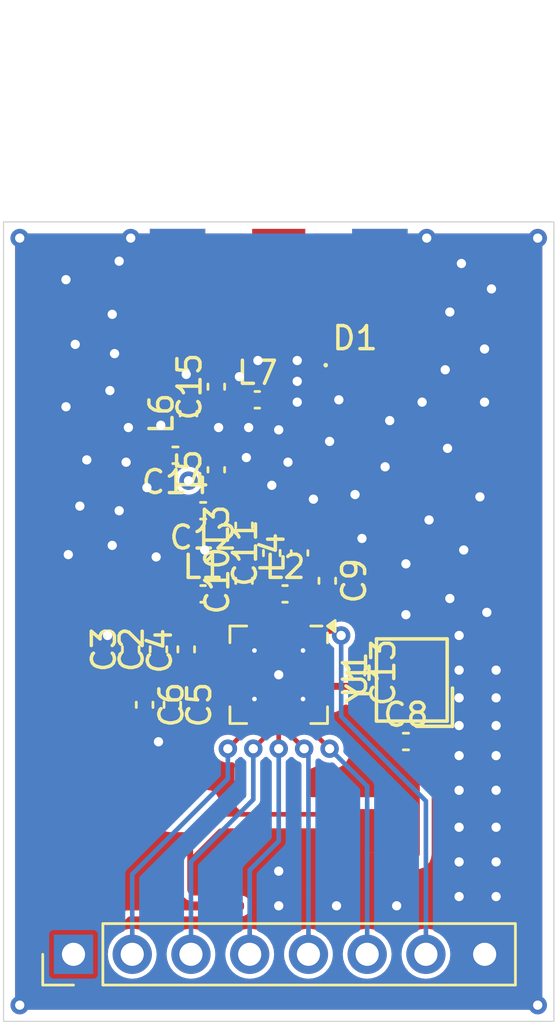
<source format=kicad_pcb>
(kicad_pcb (version 20240108) (generator "pcbnew") (generator_version "8.0")
  (layers (0 "F.Cu" signal) (31 "B.Cu" signal) (34 "B.Paste" user) (35 "F.Paste" user) (36 "B.SilkS" user "B.Silkscreen") (37 "F.SilkS" user "F.Silkscreen") (38 "B.Mask" user) (39 "F.Mask" user) (44 "Edge.Cuts" user))
  (net 0 "")
  (net 1 "GND")
  (net 2 "+3V3")
  (net 3 "RX+")
  (net 4 "TX")
  (net 5 "Net-(C10-Pad2)")
  (net 6 "Net-(C11-Pad2)")
  (net 7 "RX-")
  (net 8 "XIN")
  (net 9 "Net-(Y1-Output)")
  (net 10 "Net-(C14-Pad1)")
  (net 11 "Net-(C15-Pad1)")
  (net 12 "Net-(J2-RF)")
  (net 13 "SCLK")
  (net 16 "MISO")
  (net 18 "nCS")
  (net 20 "nINT")
  (net 22 "SDN")
  (net 24 "MOSI")
  (footprint "Capacitor_SMD:C_0402_1005Metric_Pad0.74x0.62mm_HandSolder" (layer "F.Cu") (at 197.82 61.1625 90)
    (property "Reference" "C15" (at 0 -1.16 90) (layer "F.SilkS"))
    (property "Value" "3p3")
    (fp_line (start -0.115835 -0.36) (end 0.115835 -0.36) (stroke (width 0.12)) (layer "F.SilkS"))
    (fp_line (start -0.115835 0.36) (end 0.115835 0.36) (stroke (width 0.12)) (layer "F.SilkS"))
    (pad "1" smd roundrect (at -0.5675 0 90) (size 0.735 0.62) (layers "F.Cu" "F.Paste" "F.Mask") (net 11 "Net-(C15-Pad1)"))
    (pad "2" smd roundrect (at 0.5675 0 90) (size 0.735 0.62) (layers "F.Cu" "F.Paste" "F.Mask") (net 1 "GND"))
  )
  (footprint "Capacitor_SMD:C_0402_1005Metric_Pad0.74x0.62mm_HandSolder" (layer "F.Cu") (at 206.02 76.52)
    (property "Reference" "C8" (at 0 -1.16 0) (layer "F.SilkS"))
    (property "Value" "10n")
    (fp_line (start -0.115835 -0.36) (end 0.115835 -0.36) (stroke (width 0.12)) (layer "F.SilkS"))
    (fp_line (start -0.115835 0.36) (end 0.115835 0.36) (stroke (width 0.12)) (layer "F.SilkS"))
    (pad "1" smd roundrect (at -0.5675 0) (size 0.735 0.62) (layers "F.Cu" "F.Paste" "F.Mask") (net 2 "+3V3"))
    (pad "2" smd roundrect (at 0.5675 0) (size 0.735 0.62) (layers "F.Cu" "F.Paste" "F.Mask") (net 1 "GND"))
  )
  (footprint "Capacitor_SMD:C_0402_1005Metric_Pad0.74x0.62mm_HandSolder" (layer "F.Cu") (at 200.22 68.3625 90)
    (property "Reference" "C11" (at 0 -1.16 90) (layer "F.SilkS"))
    (property "Value" "1p2")
    (fp_line (start -0.115835 -0.36) (end 0.115835 -0.36) (stroke (width 0.12)) (layer "F.SilkS"))
    (fp_line (start -0.115835 0.36) (end 0.115835 0.36) (stroke (width 0.12)) (layer "F.SilkS"))
    (pad "1" smd roundrect (at -0.5675 0 90) (size 0.735 0.62) (layers "F.Cu" "F.Paste" "F.Mask") (net 7 "RX-"))
    (pad "2" smd roundrect (at 0.5675 0 90) (size 0.735 0.62) (layers "F.Cu" "F.Paste" "F.Mask") (net 6 "Net-(C11-Pad2)"))
  )
  (footprint "Capacitor_SMD:C_0402_1005Metric_Pad0.74x0.62mm_HandSolder" (layer "F.Cu") (at 195.92 74.93 -90)
    (property "Reference" "C5" (at 0 -1.16 90) (layer "F.SilkS"))
    (property "Value" "220p")
    (fp_line (start -0.115835 0.36) (end 0.115835 0.36) (stroke (width 0.12)) (layer "F.SilkS"))
    (fp_line (start -0.115835 -0.36) (end 0.115835 -0.36) (stroke (width 0.12)) (layer "F.SilkS"))
    (pad "1" smd roundrect (at -0.5675 0 270) (size 0.735 0.62) (layers "F.Cu" "F.Paste" "F.Mask") (net 2 "+3V3"))
    (pad "2" smd roundrect (at 0.5675 0 270) (size 0.735 0.62) (layers "F.Cu" "F.Paste" "F.Mask") (net 1 "GND"))
  )
  (footprint "Capacitor_SMD:C_0402_1005Metric_Pad0.74x0.62mm_HandSolder" (layer "F.Cu") (at 197.2525 66.53 180)
    (property "Reference" "C12" (at 0 -1.16 360) (layer "F.SilkS"))
    (property "Value" "6n8")
    (fp_line (start -0.115835 0.36) (end 0.115835 0.36) (stroke (width 0.12)) (layer "F.SilkS"))
    (fp_line (start -0.115835 -0.36) (end 0.115835 -0.36) (stroke (width 0.12)) (layer "F.SilkS"))
    (pad "1" smd roundrect (at -0.5675 0 180) (size 0.735 0.62) (layers "F.Cu" "F.Paste" "F.Mask") (net 6 "Net-(C11-Pad2)"))
    (pad "2" smd roundrect (at 0.5675 0 180) (size 0.735 0.62) (layers "F.Cu" "F.Paste" "F.Mask") (net 1 "GND"))
  )
  (footprint "Inductor_SMD:L_0402_1005Metric_Pad0.77x0.64mm_HandSolder" (layer "F.Cu") (at 197.2475 70.13)
    (property "Reference" "L1" (at 0 -1.17 0) (layer "F.SilkS"))
    (property "Value" "120n")
    (fp_line (start -0.1002 -0.36) (end 0.1002 -0.36) (stroke (width 0.12)) (layer "F.SilkS"))
    (fp_line (start -0.1002 0.36) (end 0.1002 0.36) (stroke (width 0.12)) (layer "F.SilkS"))
    (pad "1" smd roundrect (at -0.5725 0) (size 0.765 0.64) (layers "F.Cu" "F.Paste" "F.Mask") (net 2 "+3V3"))
    (pad "2" smd roundrect (at 0.5725 0) (size 0.765 0.64) (layers "F.Cu" "F.Paste" "F.Mask") (net 4 "TX"))
  )
  (footprint "Capacitor_SMD:C_0402_1005Metric_Pad0.74x0.62mm_HandSolder" (layer "F.Cu") (at 196.52 72.53 90)
    (property "Reference" "C4" (at -0.07 -1.14 90) (layer "F.SilkS"))
    (property "Value" "100n")
    (fp_line (start -0.115835 -0.36) (end 0.115835 -0.36) (stroke (width 0.12)) (layer "F.SilkS"))
    (fp_line (start -0.115835 0.36) (end 0.115835 0.36) (stroke (width 0.12)) (layer "F.SilkS"))
    (pad "1" smd roundrect (at -0.5675 0 90) (size 0.735 0.62) (layers "F.Cu" "F.Paste" "F.Mask") (net 2 "+3V3"))
    (pad "2" smd roundrect (at 0.5675 0 90) (size 0.735 0.62) (layers "F.Cu" "F.Paste" "F.Mask") (net 1 "GND"))
  )
  (footprint "Diode_SMD:D_0402_1005Metric_Pad0.77x0.64mm_HandSolder" (layer "F.Cu") (at 203.8175 60.23)
    (property "Reference" "D1" (at 0 -1.17 0) (layer "F.SilkS"))
    (property "Value" "D_ESD")
    (fp_circle (center -1.265 0) (end -1.215 0) (stroke (width 0.1)) (fill none) (layer "F.SilkS"))
    (pad "1" smd roundrect (at -0.5725 0) (size 0.765 0.64) (layers "F.Cu" "F.Paste" "F.Mask") (net 12 "Net-(J2-RF)"))
    (pad "2" smd roundrect (at 0.5725 0) (size 0.765 0.64) (layers "F.Cu" "F.Paste" "F.Mask") (net 1 "GND"))
  )
  (footprint "Strix:SMA-Edge" (layer "F.Cu") (at 200.52 56.83)
    (property "Reference" "J2")
    (property "Value" "Coax")
    (pad "1" smd rect (at 0 0) (size 2.3 5) (layers "F.Cu" "F.Paste" "F.Mask") (net 12 "Net-(J2-RF)"))
    (pad "2" smd rect (at -4.375 0) (size 2.4 5) (layers "F.Cu" "F.Paste" "F.Mask") (net 1 "GND"))
    (pad "2" smd rect (at -4.375 0) (size 2.4 5) (layers "B.Cu" "B.Paste" "B.Mask") (net 1 "GND"))
    (pad "2" smd rect (at 4.375 0) (size 2.4 5) (layers "F.Cu" "F.Paste" "F.Mask") (net 1 "GND"))
    (pad "2" smd rect (at 4.375 0) (size 2.4 5) (layers "B.Cu" "B.Paste" "B.Mask") (net 1 "GND"))
  )
  (footprint "Inductor_SMD:L_0402_1005Metric_Pad0.77x0.64mm_HandSolder" (layer "F.Cu") (at 197.82 64.7575 90)
    (property "Reference" "L5" (at 0 -1.17 90) (layer "F.SilkS"))
    (property "Value" "12n")
    (fp_line (start -0.1002 -0.36) (end 0.1002 -0.36) (stroke (width 0.12)) (layer "F.SilkS"))
    (fp_line (start -0.1002 0.36) (end 0.1002 0.36) (stroke (width 0.12)) (layer "F.SilkS"))
    (pad "1" smd roundrect (at -0.5725 0 90) (size 0.765 0.64) (layers "F.Cu" "F.Paste" "F.Mask") (net 6 "Net-(C11-Pad2)"))
    (pad "2" smd roundrect (at 0.5725 0 90) (size 0.765 0.64) (layers "F.Cu" "F.Paste" "F.Mask") (net 10 "Net-(C14-Pad1)"))
  )
  (footprint "Capacitor_SMD:C_0402_1005Metric_Pad0.74x0.62mm_HandSolder" (layer "F.Cu") (at 195.32 72.53 90)
    (property "Reference" "C2" (at 0 -1.16 90) (layer "F.SilkS"))
    (property "Value" "1u")
    (fp_line (start -0.115835 -0.36) (end 0.115835 -0.36) (stroke (width 0.12)) (layer "F.SilkS"))
    (fp_line (start -0.115835 0.36) (end 0.115835 0.36) (stroke (width 0.12)) (layer "F.SilkS"))
    (pad "1" smd roundrect (at -0.5675 0 90) (size 0.735 0.62) (layers "F.Cu" "F.Paste" "F.Mask") (net 2 "+3V3"))
    (pad "2" smd roundrect (at 0.5675 0 90) (size 0.735 0.62) (layers "F.Cu" "F.Paste" "F.Mask") (net 1 "GND"))
  )
  (footprint "Capacitor_SMD:C_0402_1005Metric_Pad0.74x0.62mm_HandSolder" (layer "F.Cu") (at 203.88 73.53 -90)
    (property "Reference" "C13" (at 0 -1.16 90) (layer "F.SilkS"))
    (property "Value" "1n")
    (fp_line (start -0.115835 0.36) (end 0.115835 0.36) (stroke (width 0.12)) (layer "F.SilkS"))
    (fp_line (start -0.115835 -0.36) (end 0.115835 -0.36) (stroke (width 0.12)) (layer "F.SilkS"))
    (pad "1" smd roundrect (at -0.5675 0 270) (size 0.735 0.62) (layers "F.Cu" "F.Paste" "F.Mask") (net 9 "Net-(Y1-Output)"))
    (pad "2" smd roundrect (at 0.5675 0 270) (size 0.735 0.62) (layers "F.Cu" "F.Paste" "F.Mask") (net 8 "XIN"))
  )
  (footprint "Inductor_SMD:L_0402_1005Metric_Pad0.77x0.64mm_HandSolder" (layer "F.Cu") (at 199.5925 61.73)
    (property "Reference" "L7" (at 0 -1.17 0) (layer "F.SilkS"))
    (property "Value" "12n")
    (fp_line (start -0.1002 -0.36) (end 0.1002 -0.36) (stroke (width 0.12)) (layer "F.SilkS"))
    (fp_line (start -0.1002 0.36) (end 0.1002 0.36) (stroke (width 0.12)) (layer "F.SilkS"))
    (pad "1" smd roundrect (at -0.5725 0) (size 0.765 0.64) (layers "F.Cu" "F.Paste" "F.Mask") (net 11 "Net-(C15-Pad1)"))
    (pad "2" smd roundrect (at 0.5725 0) (size 0.765 0.64) (layers "F.Cu" "F.Paste" "F.Mask") (net 12 "Net-(J2-RF)"))
  )
  (footprint "2T026000VY:CRYSTAL-SMD_4P-L2.5-W2.0-BL-1" (layer "F.Cu") (at 206.2755 73.856 90)
    (property "Reference" "Y1" (at -0.114 -2.30475 90) (layer "F.SilkS"))
    (property "Value" "26MHz")
    (fp_line (start 1.7785 -1.5285) (end 1.7785 1.5285) (stroke (width 0.1525)) (layer "F.SilkS"))
    (fp_line (start -1.7785 -1.5285) (end 1.7785 -1.5285) (stroke (width 0.1525)) (layer "F.SilkS"))
    (fp_line (start -2.0065 0.2005) (end -2.0065 1.7575) (stroke (width 0.1525)) (layer "F.SilkS"))
    (fp_line (start 1.7785 1.5285) (end -1.7785 1.5285) (stroke (width 0.1525)) (layer "F.SilkS"))
    (fp_line (start -1.7785 1.5285) (end -1.7785 -1.5285) (stroke (width 0.1525)) (layer "F.SilkS"))
    (fp_line (start -2.0065 1.7575) (end -0.3505 1.7575) (stroke (width 0.1525)) (layer "F.SilkS"))
    (pad "1" smd rect (at -0.95 0.75 90) (size 1.2 1.1) (layers "F.Cu" "F.Paste" "F.Mask") (net 1 "GND"))
    (pad "2" smd rect (at 0.95 0.75 90) (size 1.2 1.1) (layers "F.Cu" "F.Paste" "F.Mask") (net 1 "GND"))
    (pad "3" smd rect (at 0.95 -0.75 90) (size 1.2 1.1) (layers "F.Cu" "F.Paste" "F.Mask") (net 9 "Net-(Y1-Output)"))
    (pad "4" smd rect (at -0.95 -0.75 90) (size 1.2 1.1) (layers "F.Cu" "F.Paste" "F.Mask") (net 2 "+3V3"))
  )
  (footprint "Inductor_SMD:L_0402_1005Metric_Pad0.77x0.64mm_HandSolder" (layer "F.Cu") (at 200.7925 70.13)
    (property "Reference" "L2" (at 0 -1.17 0) (layer "F.SilkS"))
    (property "Value" "18n")
    (fp_line (start -0.1002 -0.36) (end 0.1002 -0.36) (stroke (width 0.12)) (layer "F.SilkS"))
    (fp_line (start -0.1002 0.36) (end 0.1002 0.36) (stroke (width 0.12)) (layer "F.SilkS"))
    (pad "1" smd roundrect (at -0.5725 0) (size 0.765 0.64) (layers "F.Cu" "F.Paste" "F.Mask") (net 7 "RX-"))
    (pad "2" smd roundrect (at 0.5725 0) (size 0.765 0.64) (layers "F.Cu" "F.Paste" "F.Mask") (net 3 "RX+"))
  )
  (footprint "Capacitor_SMD:C_0402_1005Metric_Pad0.74x0.62mm_HandSolder" (layer "F.Cu") (at 194.12 72.53 90)
    (property "Reference" "C3" (at 0 -1.16 90) (layer "F.SilkS"))
    (property "Value" "2u2")
    (fp_line (start -0.115835 -0.36) (end 0.115835 -0.36) (stroke (width 0.12)) (layer "F.SilkS"))
    (fp_line (start -0.115835 0.36) (end 0.115835 0.36) (stroke (width 0.12)) (layer "F.SilkS"))
    (pad "1" smd roundrect (at -0.5675 0 90) (size 0.735 0.62) (layers "F.Cu" "F.Paste" "F.Mask") (net 2 "+3V3"))
    (pad "2" smd roundrect (at 0.5675 0 90) (size 0.735 0.62) (layers "F.Cu" "F.Paste" "F.Mask") (net 1 "GND"))
  )
  (footprint "Capacitor_SMD:C_0402_1005Metric_Pad0.74x0.62mm_HandSolder" (layer "F.Cu") (at 194.72 74.93 -90)
    (property "Reference" "C6" (at 0 -1.16 90) (layer "F.SilkS"))
    (property "Value" "100p")
    (fp_line (start -0.115835 0.36) (end 0.115835 0.36) (stroke (width 0.12)) (layer "F.SilkS"))
    (fp_line (start -0.115835 -0.36) (end 0.115835 -0.36) (stroke (width 0.12)) (layer "F.SilkS"))
    (pad "1" smd roundrect (at -0.5675 0 270) (size 0.735 0.62) (layers "F.Cu" "F.Paste" "F.Mask") (net 2 "+3V3"))
    (pad "2" smd roundrect (at 0.5675 0 270) (size 0.735 0.62) (layers "F.Cu" "F.Paste" "F.Mask") (net 1 "GND"))
  )
  (footprint "Capacitor_SMD:C_0402_1005Metric_Pad0.74x0.62mm_HandSolder" (layer "F.Cu") (at 199.02 69.5625 90)
    (property "Reference" "C10" (at 0 -1.16 90) (layer "F.SilkS"))
    (property "Value" "5p1")
    (fp_line (start -0.115835 -0.36) (end 0.115835 -0.36) (stroke (width 0.12)) (layer "F.SilkS"))
    (fp_line (start -0.115835 0.36) (end 0.115835 0.36) (stroke (width 0.12)) (layer "F.SilkS"))
    (pad "1" smd roundrect (at -0.5675 0 90) (size 0.735 0.62) (layers "F.Cu" "F.Paste" "F.Mask") (net 4 "TX"))
    (pad "2" smd roundrect (at 0.5675 0 90) (size 0.735 0.62) (layers "F.Cu" "F.Paste" "F.Mask") (net 5 "Net-(C10-Pad2)"))
  )
  (footprint "Capacitor_SMD:C_0402_1005Metric_Pad0.74x0.62mm_HandSolder" (layer "F.Cu") (at 196.0525 64.13 180)
    (property "Reference" "C14" (at 0 -1.16 360) (layer "F.SilkS"))
    (property "Value" "3p3")
    (fp_line (start -0.115835 0.36) (end 0.115835 0.36) (stroke (width 0.12)) (layer "F.SilkS"))
    (fp_line (start -0.115835 -0.36) (end 0.115835 -0.36) (stroke (width 0.12)) (layer "F.SilkS"))
    (pad "1" smd roundrect (at -0.5675 0 180) (size 0.735 0.62) (layers "F.Cu" "F.Paste" "F.Mask") (net 10 "Net-(C14-Pad1)"))
    (pad "2" smd roundrect (at 0.5675 0 180) (size 0.735 0.62) (layers "F.Cu" "F.Paste" "F.Mask") (net 1 "GND"))
  )
  (footprint "Inductor_SMD:L_0402_1005Metric_Pad0.77x0.64mm_HandSolder" (layer "F.Cu") (at 199.02 67.1575 90)
    (property "Reference" "L3" (at 0 -1.17 90) (layer "F.SilkS"))
    (property "Value" "3n3")
    (fp_line (start -0.1002 -0.36) (end 0.1002 -0.36) (stroke (width 0.12)) (layer "F.SilkS"))
    (fp_line (start -0.1002 0.36) (end 0.1002 0.36) (stroke (width 0.12)) (layer "F.SilkS"))
    (pad "1" smd roundrect (at -0.5725 0 90) (size 0.765 0.64) (layers "F.Cu" "F.Paste" "F.Mask") (net 5 "Net-(C10-Pad2)"))
    (pad "2" smd roundrect (at 0.5725 0 90) (size 0.765 0.64) (layers "F.Cu" "F.Paste" "F.Mask") (net 6 "Net-(C11-Pad2)"))
  )
  (footprint "Capacitor_SMD:C_0402_1005Metric_Pad0.74x0.62mm_HandSolder" (layer "F.Cu") (at 202.62 69.5625 -90)
    (property "Reference" "C9" (at 0 -1.16 90) (layer "F.SilkS"))
    (property "Value" "3p")
    (fp_line (start -0.115835 0.36) (end 0.115835 0.36) (stroke (width 0.12)) (layer "F.SilkS"))
    (fp_line (start -0.115835 -0.36) (end 0.115835 -0.36) (stroke (width 0.12)) (layer "F.SilkS"))
    (pad "1" smd roundrect (at -0.5675 0 270) (size 0.735 0.62) (layers "F.Cu" "F.Paste" "F.Mask") (net 3 "RX+"))
    (pad "2" smd roundrect (at 0.5675 0 270) (size 0.735 0.62) (layers "F.Cu" "F.Paste" "F.Mask") (net 1 "GND"))
  )
  (footprint "Inductor_SMD:L_0402_1005Metric_Pad0.77x0.64mm_HandSolder" (layer "F.Cu") (at 201.42 68.3575 90)
    (property "Reference" "L4" (at 0 -1.17 90) (layer "F.SilkS"))
    (property "Value" "24n")
    (fp_line (start -0.1002 -0.36) (end 0.1002 -0.36) (stroke (width 0.12)) (layer "F.SilkS"))
    (fp_line (start -0.1002 0.36) (end 0.1002 0.36) (stroke (width 0.12)) (layer "F.SilkS"))
    (pad "1" smd roundrect (at -0.5725 0 90) (size 0.765 0.64) (layers "F.Cu" "F.Paste" "F.Mask") (net 3 "RX+"))
    (pad "2" smd roundrect (at 0.5725 0 90) (size 0.765 0.64) (layers "F.Cu" "F.Paste" "F.Mask") (net 6 "Net-(C11-Pad2)"))
  )
  (footprint "Strix:Header_Breadboard_1x08" (layer "F.Cu") (at 191.645 85.73 90)
    (property "Reference" "J1")
    (property "Value" "HEADER")
    (fp_line (start -1.33 -1.33) (end 0 -1.33) (stroke (width 0.12)) (layer "F.SilkS"))
    (fp_line (start -1.33 0) (end -1.33 -1.33) (stroke (width 0.12)) (layer "F.SilkS"))
    (fp_line (start 1.33 1.27) (end 1.33 19.11) (stroke (width 0.12)) (layer "F.SilkS"))
    (fp_line (start -1.33 1.27) (end 1.33 1.27) (stroke (width 0.12)) (layer "F.SilkS"))
    (fp_line (start -1.33 1.27) (end -1.33 19.11) (stroke (width 0.12)) (layer "F.SilkS"))
    (fp_line (start -1.33 19.11) (end 1.33 19.11) (stroke (width 0.12)) (layer "F.SilkS"))
    (pad "1" thru_hole rect (at 0 0 90) (size 1.7 1.7) (drill 1) (layers "*.Cu" "*.Mask") (net 2 "+3V3"))
    (pad "2" thru_hole oval (at 0 2.54 90) (size 1.7 1.7) (drill 1) (layers "*.Cu" "*.Mask") (net 20 "nINT"))
    (pad "3" thru_hole oval (at 0 5.08 90) (size 1.7 1.7) (drill 1) (layers "*.Cu" "*.Mask") (net 13 "SCLK"))
    (pad "4" thru_hole oval (at 0 7.62 90) (size 1.7 1.7) (drill 1) (layers "*.Cu" "*.Mask") (net 16 "MISO"))
    (pad "5" thru_hole oval (at 0 10.16 90) (size 1.7 1.7) (drill 1) (layers "*.Cu" "*.Mask") (net 24 "MOSI"))
    (pad "6" thru_hole oval (at 0 12.7 90) (size 1.7 1.7) (drill 1) (layers "*.Cu" "*.Mask") (net 18 "nCS"))
    (pad "7" thru_hole oval (at 0 15.24 90) (size 1.7 1.7) (drill 1) (layers "*.Cu" "*.Mask") (net 22 "SDN"))
    (pad "8" thru_hole oval (at 0 17.78 90) (size 1.7 1.7) (drill 1) (layers "*.Cu" "*.Mask") (net 1 "GND"))
  )
  (footprint "Package_DFN_QFN:QFN-20-1EP_4x4mm_P0.5mm_EP2.6x2.6mm_ThermalVias" (layer "F.Cu") (at 200.52 73.63 -90)
    (property "Reference" "U1" (at 0 -3.3 -90) (layer "F.SilkS"))
    (property "Value" "Si4463")
    (fp_line (start -2.11 2.11) (end -2.11 1.385) (stroke (width 0.12)) (layer "F.SilkS"))
    (fp_line (start -1.385 2.11) (end -2.11 2.11) (stroke (width 0.12)) (layer "F.SilkS"))
    (fp_line (start 1.385 2.11) (end 2.11 2.11) (stroke (width 0.12)) (layer "F.SilkS"))
    (fp_line (start 2.11 2.11) (end 2.11 1.385) (stroke (width 0.12)) (layer "F.SilkS"))
    (fp_line (start -2.11 -1.385) (end -2.11 -1.87) (stroke (width 0.12)) (layer "F.SilkS"))
    (fp_line (start -1.385 -2.11) (end -1.81 -2.11) (stroke (width 0.12)) (layer "F.SilkS"))
    (fp_line (start 1.385 -2.11) (end 2.11 -2.11) (stroke (width 0.12)) (layer "F.SilkS"))
    (fp_line (start 2.11 -2.11) (end 2.11 -1.385) (stroke (width 0.12)) (layer "F.SilkS"))
    (fp_poly (pts (xy -2.11 -2.11) (xy -2.35 -2.44) (xy -1.87 -2.44) (xy -2.11 -2.11)) (stroke (width 0.12)) (fill solid) (layer "F.SilkS"))
    (pad "1" smd roundrect (at -1.925 -1 270) (size 0.85 0.25) (layers "F.Cu" "F.Paste" "F.Mask") (net 22 "SDN"))
    (pad "2" smd roundrect (at -1.925 -0.5 270) (size 0.85 0.25) (layers "F.Cu" "F.Paste" "F.Mask") (net 3 "RX+"))
    (pad "3" smd roundrect (at -1.925 0 270) (size 0.85 0.25) (layers "F.Cu" "F.Paste" "F.Mask") (net 7 "RX-"))
    (pad "4" smd roundrect (at -1.925 0.5 270) (size 0.85 0.25) (layers "F.Cu" "F.Paste" "F.Mask") (net 4 "TX"))
    (pad "5" smd roundrect (at -1.925 1 270) (size 0.85 0.25) (layers "F.Cu" "F.Paste" "F.Mask"))
    (pad "6" smd roundrect (at -1 1.925 270) (size 0.25 0.85) (layers "F.Cu" "F.Paste" "F.Mask") (net 2 "+3V3"))
    (pad "7" smd roundrect (at -0.5 1.925 270) (size 0.25 0.85) (layers "F.Cu" "F.Paste" "F.Mask"))
    (pad "8" smd roundrect (at 0 1.925 270) (size 0.25 0.85) (layers "F.Cu" "F.Paste" "F.Mask") (net 2 "+3V3"))
    (pad "9" smd roundrect (at 0.5 1.925 270) (size 0.25 0.85) (layers "F.Cu" "F.Paste" "F.Mask"))
    (pad "10" smd roundrect (at 1 1.925 270) (size 0.25 0.85) (layers "F.Cu" "F.Paste" "F.Mask"))
    (pad "11" smd roundrect (at 1.925 1 270) (size 0.85 0.25) (layers "F.Cu" "F.Paste" "F.Mask") (net 20 "nINT"))
    (pad "12" smd roundrect (at 1.925 0.5 270) (size 0.85 0.25) (layers "F.Cu" "F.Paste" "F.Mask") (net 13 "SCLK"))
    (pad "13" smd roundrect (at 1.925 0 270) (size 0.85 0.25) (layers "F.Cu" "F.Paste" "F.Mask") (net 16 "MISO"))
    (pad "14" smd roundrect (at 1.925 -0.5 270) (size 0.85 0.25) (layers "F.Cu" "F.Paste" "F.Mask") (net 24 "MOSI"))
    (pad "15" smd roundrect (at 1.925 -1 270) (size 0.85 0.25) (layers "F.Cu" "F.Paste" "F.Mask") (net 18 "nCS"))
    (pad "16" smd roundrect (at 1 -1.925 270) (size 0.25 0.85) (layers "F.Cu" "F.Paste" "F.Mask"))
    (pad "17" smd roundrect (at 0.5 -1.925 270) (size 0.25 0.85) (layers "F.Cu" "F.Paste" "F.Mask") (net 8 "XIN"))
    (pad "18" smd roundrect (at 0 -1.925 270) (size 0.25 0.85) (layers "F.Cu" "F.Paste" "F.Mask") (net 1 "GND"))
    (pad "19" smd roundrect (at -0.5 -1.925 270) (size 0.25 0.85) (layers "F.Cu" "F.Paste" "F.Mask"))
    (pad "20" smd roundrect (at -1 -1.925 270) (size 0.25 0.85) (layers "F.Cu" "F.Paste" "F.Mask"))
    (pad "21" thru_hole circle (at -1.05 -1.05 270) (size 0.5 0.5) (drill 0.2) (property pad_prop_heatsink) (layers "*.Cu") (net 1 "GND"))
    (pad "21" thru_hole circle (at -1.05 1.05 270) (size 0.5 0.5) (drill 0.2) (property pad_prop_heatsink) (layers "*.Cu") (net 1 "GND"))
    (pad "21" smd rect (at 0 0 270) (size 2.6 2.6) (property pad_prop_heatsink) (layers "F.Cu" "F.Mask") (net 1 "GND"))
    (pad "21" smd rect (at 0 0 270) (size 2.6 2.6) (property pad_prop_heatsink) (layers "B.Cu") (net 1 "GND"))
    (pad "21" thru_hole circle (at 1.05 -1.05 270) (size 0.5 0.5) (drill 0.2) (property pad_prop_heatsink) (layers "*.Cu") (net 1 "GND"))
    (pad "21" thru_hole circle (at 1.05 1.05 270) (size 0.5 0.5) (drill 0.2) (property pad_prop_heatsink) (layers "*.Cu") (net 1 "GND"))
  )
  (footprint "Inductor_SMD:L_0402_1005Metric_Pad0.77x0.64mm_HandSolder" (layer "F.Cu") (at 196.62 62.33 90)
    (property "Reference" "L6" (at 0 -1.17 90) (layer "F.SilkS"))
    (property "Value" "24n")
    (fp_line (start -0.1002 -0.36) (end 0.1002 -0.36) (stroke (width 0.12)) (layer "F.SilkS"))
    (fp_line (start -0.1002 0.36) (end 0.1002 0.36) (stroke (width 0.12)) (layer "F.SilkS"))
    (pad "1" smd roundrect (at -0.5725 0 90) (size 0.765 0.64) (layers "F.Cu" "F.Paste" "F.Mask") (net 10 "Net-(C14-Pad1)"))
    (pad "2" smd roundrect (at 0.5725 0 90) (size 0.765 0.64) (layers "F.Cu" "F.Paste" "F.Mask") (net 11 "Net-(C15-Pad1)"))
  )
  (gr_line (start 188.62 54.03) (end 212.42 54.03) (stroke (width 0.05)) (layer "Edge.Cuts"))
  (gr_line (start 212.42 88.63) (end 188.62 88.63) (stroke (width 0.05)) (layer "Edge.Cuts"))
  (gr_line (start 212.42 54.03) (end 212.42 88.63) (stroke (width 0.05)) (layer "Edge.Cuts"))
  (gr_line (start 188.62 88.63) (end 188.62 54.03) (stroke (width 0.05)) (layer "Edge.Cuts"))
  (via (at 196.62 65.23) (size 0.8) (drill 0.4) (layers "F.Cu" "B.Cu") (net 0))
  (segment (start 202.445 73.63) (end 200.52 73.63) (width 0.2) (layer "F.Cu") (net 1))
  (via (at 211.72 54.73) (size 0.8) (drill 0.4) (layers "F.Cu" "B.Cu") (net 1))
  (via (at 195.42 62.83) (size 0.8) (drill 0.4) (layers "F.Cu" "B.Cu") (net 1))
  (via (at 199.22 62.93) (size 0.8) (drill 0.4) (layers "F.Cu" "B.Cu") (net 1))
  (via (at 208.32 74.63) (size 0.8) (drill 0.4) (layers "F.Cu" "B.Cu") (net 1))
  (via (at 199.62 60.03) (size 0.8) (drill 0.4) (layers "F.Cu" "B.Cu") (net 1))
  (via (at 209.92 75.83) (size 0.8) (drill 0.4) (layers "F.Cu" "B.Cu") (net 1))
  (via (at 201.32 60.93) (size 0.8) (drill 0.4) (layers "F.Cu" "B.Cu") (net 1))
  (via (at 193.32 58.03) (size 0.8) (drill 0.4) (layers "F.Cu" "B.Cu") (net 1))
  (via (at 207.92 57.93) (size 0.8) (drill 0.4) (layers "F.Cu" "B.Cu") (net 1))
  (via (at 198.82 60.73) (size 0.8) (drill 0.4) (layers "F.Cu" "B.Cu") (net 1))
  (via (at 200.52 63.03) (size 0.8) (drill 0.4) (layers "F.Cu" "B.Cu") (net 1))
  (via (at 193.12 71.93) (size 0.8) (drill 0.4) (layers "F.Cu" "B.Cu") (net 1))
  (via (at 209.92 73.43) (size 0.8) (drill 0.4) (layers "F.Cu" "B.Cu") (net 1))
  (via (at 208.32 71.93) (size 0.8) (drill 0.4) (layers "F.Cu" "B.Cu") (net 1))
  (via (at 207.82 63.83) (size 0.8) (drill 0.4) (layers "F.Cu" "B.Cu") (net 1))
  (via (at 195.32 76.53) (size 0.8) (drill 0.4) (layers "F.Cu" "B.Cu") (net 1))
  (via (at 208.32 83.23) (size 0.8) (drill 0.4) (layers "F.Cu" "B.Cu") (net 1))
  (via (at 189.32 54.73) (size 0.8) (drill 0.4) (layers "F.Cu" "B.Cu") (net 1))
  (via (at 209.92 74.63) (size 0.8) (drill 0.4) (layers "F.Cu" "B.Cu") (net 1))
  (via (at 191.42 68.43) (size 0.8) (drill 0.4) (layers "F.Cu" "B.Cu") (net 1))
  (via (at 205.62 83.63) (size 0.8) (drill 0.4) (layers "F.Cu" "B.Cu") (net 1))
  (via (at 193.62 66.53) (size 0.8) (drill 0.4) (layers "F.Cu" "B.Cu") (net 1))
  (via (at 208.52 68.23) (size 0.8) (drill 0.4) (layers "F.Cu" "B.Cu") (net 1))
  (via (at 192.22 64.33) (size 0.8) (drill 0.4) (layers "F.Cu" "B.Cu") (net 1))
  (via (at 209.92 78.63) (size 0.8) (drill 0.4) (layers "F.Cu" "B.Cu") (net 1))
  (via (at 208.32 78.63) (size 0.8) (drill 0.4) (layers "F.Cu" "B.Cu") (net 1))
  (via (at 194.82 65.53) (size 0.8) (drill 0.4) (layers "F.Cu" "B.Cu") (net 1))
  (via (at 209.92 83.23) (size 0.8) (drill 0.4) (layers "F.Cu" "B.Cu") (net 1))
  (via (at 189.32 87.93) (size 0.8) (drill 0.4) (layers "F.Cu" "B.Cu") (net 1))
  (via (at 199.12 64.23) (size 0.8) (drill 0.4) (layers "F.Cu" "B.Cu") (net 1))
  (via (at 206.72 61.83) (size 0.8) (drill 0.4) (layers "F.Cu" "B.Cu") (net 1))
  (via (at 208.42 55.83) (size 0.8) (drill 0.4) (layers "F.Cu" "B.Cu") (net 1))
  (via (at 202.02 66.03) (size 0.8) (drill 0.4) (layers "F.Cu" "B.Cu") (net 1))
  (via (at 207.92 70.33) (size 0.8) (drill 0.4) (layers "F.Cu" "B.Cu") (net 1))
  (via (at 194.02 62.93) (size 0.8) (drill 0.4) (layers "F.Cu" "B.Cu") (net 1))
  (via (at 209.72 56.93) (size 0.8) (drill 0.4) (layers "F.Cu" "B.Cu") (net 1))
  (via (at 201.32 61.83) (size 0.8) (drill 0.4) (layers "F.Cu" "B.Cu") (net 1))
  (via (at 209.22 65.93) (size 0.8) (drill 0.4) (layers "F.Cu" "B.Cu") (net 1))
  (via (at 209.92 81.73) (size 0.8) (drill 0.4) (layers "F.Cu" "B.Cu") (net 1))
  (via (at 191.32 62.03) (size 0.8) (drill 0.4) (layers "F.Cu" "B.Cu") (net 1))
  (via (at 211.72 87.93) (size 0.8) (drill 0.4) (layers "F.Cu" "B.Cu") (net 1))
  (via (at 208.32 80.23) (size 0.8) (drill 0.4) (layers "F.Cu" "B.Cu") (net 1))
  (via (at 200.52 73.63) (size 0.8) (drill 0.4) (layers "F.Cu" "B.Cu") (net 1))
  (via (at 200.52 83.63) (size 0.8) (drill 0.4) (layers "F.Cu" "B.Cu") (net 1))
  (via (at 208.32 75.83) (size 0.8) (drill 0.4) (layers "F.Cu" "B.Cu") (net 1))
  (via (at 193.22 61.33) (size 0.8) (drill 0.4) (layers "F.Cu" "B.Cu") (net 1))
  (via (at 193.32 68.03) (size 0.8) (drill 0.4) (layers "F.Cu" "B.Cu") (net 1))
  (via (at 208.32 81.73) (size 0.8) (drill 0.4) (layers "F.Cu" "B.Cu") (net 1))
  (via (at 209.42 59.53) (size 0.8) (drill 0.4) (layers "F.Cu" "B.Cu") (net 1))
  (via (at 200.92 64.43) (size 0.8) (drill 0.4) (layers "F.Cu" "B.Cu") (net 1))
  (via (at 206.02 71.03) (size 0.8) (drill 0.4) (layers "F.Cu" "B.Cu") (net 1))
  (via (at 195.22 68.53) (size 0.8) (drill 0.4) (layers "F.Cu" "B.Cu") (net 1))
  (via (at 191.32 56.53) (size 0.8) (drill 0.4) (layers "F.Cu" "B.Cu") (net 1))
  (via (at 197.32 68.23) (size 0.8) (drill 0.4) (layers "F.Cu" "B.Cu") (net 1))
  (via (at 205.32 62.63) (size 0.8) (drill 0.4) (layers "F.Cu" "B.Cu") (net 1))
  (via (at 205.12 64.63) (size 0.8) (drill 0.4) (layers "F.Cu" "B.Cu") (net 1))
  (via (at 209.92 80.23) (size 0.8) (drill 0.4) (layers "F.Cu" "B.Cu") (net 1))
  (via (at 193.42 59.73) (size 0.8) (drill 0.4) (layers "F.Cu" "B.Cu") (net 1))
  (via (at 197.92 62.93) (size 0.8) (drill 0.4) (layers "F.Cu" "B.Cu") (net 1))
  (via (at 206.02 68.83) (size 0.8) (drill 0.4) (layers "F.Cu" "B.Cu") (net 1))
  (via (at 194.12 54.73) (size 0.8) (drill 0.4) (layers "F.Cu" "B.Cu") (net 1))
  (via (at 196.52 60.63) (size 0.8) (drill 0.4) (layers "F.Cu" "B.Cu") (net 1))
  (via (at 207.72 60.43) (size 0.8) (drill 0.4) (layers "F.Cu" "B.Cu") (net 1))
  (via (at 209.92 77.13) (size 0.8) (drill 0.4) (layers "F.Cu" "B.Cu") (net 1))
  (via (at 191.72 59.33) (size 0.8) (drill 0.4) (layers "F.Cu" "B.Cu") (net 1))
  (via (at 206.92 54.73) (size 0.8) (drill 0.4) (layers "F.Cu" "B.Cu") (net 1))
  (via (at 209.52 70.93) (size 0.8) (drill 0.4) (layers "F.Cu" "B.Cu") (net 1))
  (via (at 207.02 66.93) (size 0.8) (drill 0.4) (layers "F.Cu" "B.Cu") (net 1))
  (via (at 202.72 63.53) (size 0.8) (drill 0.4) (layers "F.Cu" "B.Cu") (net 1))
  (via (at 201.32 60.03) (size 0.8) (drill 0.4) (layers "F.Cu" "B.Cu") (net 1))
  (via (at 209.42 61.83) (size 0.8) (drill 0.4) (layers "F.Cu" "B.Cu") (net 1))
  (via (at 193.92 64.43) (size 0.8) (drill 0.4) (layers "F.Cu" "B.Cu") (net 1))
  (via (at 200.22 65.43) (size 0.8) (drill 0.4) (layers "F.Cu" "B.Cu") (net 1))
  (via (at 193.62 55.73) (size 0.8) (drill 0.4) (layers "F.Cu" "B.Cu") (net 1))
  (via (at 203.82 65.83) (size 0.8) (drill 0.4) (layers "F.Cu" "B.Cu") (net 1))
  (via (at 203.12 61.73) (size 0.8) (drill 0.4) (layers "F.Cu" "B.Cu") (net 1))
  (via (at 204.12 67.73) (size 0.8) (drill 0.4) (layers "F.Cu" "B.Cu") (net 1))
  (via (at 200.52 82.13) (size 0.8) (drill 0.4) (layers "F.Cu" "B.Cu") (net 1))
  (via (at 208.32 73.43) (size 0.8) (drill 0.4) (layers "F.Cu" "B.Cu") (net 1))
  (via (at 208.32 77.13) (size 0.8) (drill 0.4) (layers "F.Cu" "B.Cu") (net 1))
  (via (at 191.92 66.33) (size 0.8) (drill 0.4) (layers "F.Cu" "B.Cu") (net 1))
  (via (at 203.02 83.63) (size 0.8) (drill 0.4) (layers "F.Cu" "B.Cu") (net 1))
  (segment (start 191.645 85.73) (end 197.705 79.67) (width 0.2) (layer "F.Cu") (net 2))
  (segment (start 197.705 79.67) (end 202.3025 79.67) (width 0.2) (layer "F.Cu") (net 2))
  (segment (start 202.3025 79.67) (end 205.4525 76.52) (width 0.2) (layer "F.Cu") (net 2))
  (segment (start 202.555 68.93) (end 202.62 68.995) (width 0.3) (layer "F.Cu") (net 3))
  (segment (start 201.365 68.985) (end 201.42 68.93) (width 0.3) (layer "F.Cu") (net 3))
  (segment (start 201.02 70.475) (end 201.365 70.13) (width 0.2) (layer "F.Cu") (net 3))
  (segment (start 201.02 71.705) (end 201.02 70.475) (width 0.2) (layer "F.Cu") (net 3))
  (segment (start 201.42 68.93) (end 202.555 68.93) (width 0.3) (layer "F.Cu") (net 3))
  (segment (start 201.365 70.13) (end 201.365 68.985) (width 0.3) (layer "F.Cu") (net 3))
  (segment (start 200.02 71.13) (end 200.02 71.705) (width 0.2) (layer "F.Cu") (net 4))
  (segment (start 197.82 70.13) (end 199.02 70.13) (width 0.3) (layer "F.Cu") (net 4))
  (segment (start 199.02 70.13) (end 200.02 71.13) (width 0.2) (layer "F.Cu") (net 4))
  (segment (start 199.02 67.73) (end 199.02 68.995) (width 0.3) (layer "F.Cu") (net 5))
  (segment (start 197.82 65.33) (end 197.82 66.53) (width 0.3) (layer "F.Cu") (net 6))
  (segment (start 200.22 67.795) (end 200.22 67.785) (width 0.3) (layer "F.Cu") (net 6))
  (segment (start 200.23 67.785) (end 200.22 67.795) (width 0.3) (layer "F.Cu") (net 6))
  (segment (start 199.02 66.585) (end 197.875 66.585) (width 0.3) (layer "F.Cu") (net 6))
  (segment (start 201.42 67.785) (end 200.23 67.785) (width 0.3) (layer "F.Cu") (net 6))
  (segment (start 197.875 66.585) (end 197.82 66.53) (width 0.3) (layer "F.Cu") (net 6))
  (segment (start 200.22 67.785) (end 199.02 66.585) (width 0.3) (layer "F.Cu") (net 6))
  (segment (start 200.52 70.43) (end 200.22 70.13) (width 0.2) (layer "F.Cu") (net 7))
  (segment (start 200.52 71.705) (end 200.52 70.43) (width 0.2) (layer "F.Cu") (net 7))
  (segment (start 200.22 70.13) (end 200.22 68.93) (width 0.3) (layer "F.Cu") (net 7))
  (segment (start 203.88 74.0975) (end 203.6125 74.0975) (width 0.2) (layer "F.Cu") (net 8))
  (segment (start 203.9875 74.13) (end 204.02 74.0975) (width 0.3) (layer "F.Cu") (net 8))
  (segment (start 203.58 74.13) (end 203.9875 74.13) (width 0.3) (layer "F.Cu") (net 8))
  (segment (start 202.445 74.13) (end 203.58 74.13) (width 0.3) (layer "F.Cu") (net 8))
  (segment (start 203.6125 74.0975) (end 203.58 74.13) (width 0.2) (layer "F.Cu") (net 8))
  (segment (start 204.02 72.9625) (end 204.26 72.9625) (width 0.3) (layer "F.Cu") (net 9))
  (segment (start 204.26 72.9625) (end 205.4025 72.9625) (width 0.3) (layer "F.Cu") (net 9))
  (segment (start 205.4025 72.9625) (end 205.42 72.98) (width 0.3) (layer "F.Cu") (net 9))
  (segment (start 203.88 72.9625) (end 204.26 72.9625) (width 0.2) (layer "F.Cu") (net 9))
  (segment (start 196.62 64.13) (end 196.62 62.9025) (width 0.3) (layer "F.Cu") (net 10))
  (segment (start 197.82 64.185) (end 196.675 64.185) (width 0.3) (layer "F.Cu") (net 10))
  (segment (start 196.675 64.185) (end 196.62 64.13) (width 0.3) (layer "F.Cu") (net 10))
  (segment (start 197.7925 61.7575) (end 197.82 61.73) (width 0.3) (layer "F.Cu") (net 11))
  (segment (start 196.62 61.7575) (end 197.7925 61.7575) (width 0.3) (layer "F.Cu") (net 11))
  (segment (start 197.82 61.73) (end 199.02 61.73) (width 0.3) (layer "F.Cu") (net 11))
  (segment (start 200.165 61.73) (end 200.227107 61.667893) (width 0.3) (layer "F.Cu") (net 12))
  (segment (start 200.52 56.83) (end 203.2475 59.5575) (width 0.2) (layer "F.Cu") (net 12))
  (segment (start 200.52 60.960786) (end 200.52 56.83) (width 0.3) (layer "F.Cu") (net 12))
  (segment (start 203.2475 59.5575) (end 203.2475 60.23) (width 0.2) (layer "F.Cu") (net 12))
  (arc (start 200.52 60.960786) (mid 200.44388 61.343469) (end 200.227107 61.667893) (width 0.3) (layer "F.Cu") (net 12))
  (segment (start 200.02 75.555) (end 200.02 76.23) (width 0.2) (layer "F.Cu") (net 13))
  (segment (start 200.02 76.23) (end 199.42 76.83) (width 0.2) (layer "F.Cu") (net 13))
  (via (at 199.42 76.83) (size 0.8) (drill 0.4) (layers "F.Cu" "B.Cu") (net 13))
  (segment (start 196.725 85.73) (end 196.725 81.725) (width 0.2) (layer "B.Cu") (net 13))
  (segment (start 196.725 81.725) (end 199.42 79.03) (width 0.2) (layer "B.Cu") (net 13))
  (segment (start 199.42 79.03) (end 199.42 76.83) (width 0.2) (layer "B.Cu") (net 13))
  (segment (start 200.52 75.555) (end 200.52 76.83) (width 0.2) (layer "F.Cu") (net 16))
  (via (at 200.52 76.83) (size 0.8) (drill 0.4) (layers "F.Cu" "B.Cu") (net 16))
  (segment (start 200.52 80.83) (end 199.265 82.085) (width 0.2) (layer "B.Cu") (net 16))
  (segment (start 199.265 82.085) (end 199.265 85.73) (width 0.2) (layer "B.Cu") (net 16))
  (segment (start 200.52 76.83) (end 200.52 80.83) (width 0.2) (layer "B.Cu") (net 16))
  (segment (start 201.52 75.555) (end 201.52 75.63) (width 0.2) (layer "F.Cu") (net 18))
  (segment (start 201.52 75.63) (end 202.72 76.83) (width 0.2) (layer "F.Cu") (net 18))
  (via (at 202.72 76.83) (size 0.8) (drill 0.4) (layers "F.Cu" "B.Cu") (net 18))
  (segment (start 202.72 76.83) (end 204.345 78.455) (width 0.2) (layer "B.Cu") (net 18))
  (segment (start 204.345 78.455) (end 204.345 85.73) (width 0.2) (layer "B.Cu") (net 18))
  (segment (start 199.52 75.555) (end 199.52 75.63) (width 0.2) (layer "F.Cu") (net 20))
  (segment (start 199.52 75.63) (end 198.32 76.83) (width 0.2) (layer "F.Cu") (net 20))
  (via (at 198.32 76.83) (size 0.8) (drill 0.4) (layers "F.Cu" "B.Cu") (net 20))
  (segment (start 194.185 82.265) (end 194.185 85.73) (width 0.2) (layer "B.Cu") (net 20))
  (segment (start 198.32 78.13) (end 194.185 82.265) (width 0.2) (layer "B.Cu") (net 20))
  (segment (start 198.32 76.83) (end 198.32 78.13) (width 0.2) (layer "B.Cu") (net 20))
  (segment (start 203.22 71.93) (end 202.995 71.705) (width 0.3) (layer "F.Cu") (net 22))
  (segment (start 202.995 71.705) (end 201.52 71.705) (width 0.3) (layer "F.Cu") (net 22))
  (via (at 203.22 71.93) (size 0.8) (drill 0.4) (layers "F.Cu" "B.Cu") (net 22))
  (segment (start 206.885 85.73) (end 206.885 79.095) (width 0.2) (layer "B.Cu") (net 22))
  (segment (start 206.885 79.095) (end 203.22 75.43) (width 0.2) (layer "B.Cu") (net 22))
  (segment (start 203.22 75.43) (end 203.22 71.93) (width 0.2) (layer "B.Cu") (net 22))
  (segment (start 201.02 76.23) (end 201.62 76.83) (width 0.2) (layer "F.Cu") (net 24))
  (segment (start 201.02 75.555) (end 201.02 76.23) (width 0.2) (layer "F.Cu") (net 24))
  (via (at 201.62 76.83) (size 0.8) (drill 0.4) (layers "F.Cu" "B.Cu") (net 24))
  (segment (start 201.805 77.015) (end 201.805 85.73) (width 0.2) (layer "B.Cu") (net 24))
  (segment (start 201.62 76.83) (end 201.805 77.015) (width 0.2) (layer "B.Cu") (net 24))
  (zone (net 1) (net_name "GND") (layer "F.Cu") (priority 2) (connect_pads yes (clearance 0.508)) (min_thickness 0.254) (fill yes (thermal_gap 0.508) (thermal_bridge_width 0.508))
    (polygon (pts (xy 201.92 79.13) (xy 205.22 79.13) (xy 205.22 81.33) (xy 204.22 81.33) (xy 204.22 82.93) (xy 196.82 82.93) (xy 196.82 79.93) (xy 195.82 79.93) (xy 195.82 79.13) (xy 199.12 79.13) (xy 199.12 77.53) (xy 201.92 77.53)))
  )
  (zone (net 1) (net_name "GND") (layer "F.Cu") (priority 2) (connect_pads yes (clearance 0)) (min_thickness 0.254) (fill yes (thermal_gap 0.508) (thermal_bridge_width 0.508))
    (polygon (pts (xy 196.52 77.33) (xy 194.12 77.33) (xy 194.12 74.93) (xy 196.52 74.93)))
  )
  (zone (net 1) (net_name "GND") (layer "F.Cu") (priority 2) (connect_pads yes (clearance 0)) (min_thickness 0.254) (fill yes (thermal_gap 0.508) (thermal_bridge_width 0.508))
    (polygon (pts (xy 197.02 72.53) (xy 192.62 72.53) (xy 192.62 71.33) (xy 197.02 71.33)))
  )
  (zone (net 2) (net_name "+3V3") (layer "F.Cu") (priority 3) (connect_pads yes (clearance 0.508)) (min_thickness 0.254) (fill yes (thermal_gap 0.508) (thermal_bridge_width 0.508))
    (polygon (pts (xy 205.42 81.53) (xy 205.42 78.93) (xy 201.82 78.93) (xy 201.82 73.83) (xy 206.62 73.83) (xy 206.62 81.53)))
  )
  (zone (net 2) (net_name "+3V3") (layer "F.Cu") (priority 1) (connect_pads yes (clearance 0)) (min_thickness 0.254) (fill yes (thermal_gap 0.508) (thermal_bridge_width 0.508))
    (polygon (pts (xy 199.02 83.83) (xy 193.92 83.83) (xy 192.92 84.83) (xy 192.92 86.93) (xy 190.52 86.93) (xy 190.52 69.53) (xy 199.02 69.53)))
  )
  (zone (net 1) (net_name "GND") (layer "F.Cu") (connect_pads (clearance 0.254)) (min_thickness 0.254) (fill yes (thermal_gap 0.508) (thermal_bridge_width 0.508))
    (polygon (pts (xy 212.42 88.63) (xy 188.62 88.63) (xy 188.62 54.03) (xy 212.42 54.03)))
  )
  (zone (net 1) (net_name "GND") (layer "B.Cu") (priority 2) (connect_pads yes (clearance 0)) (min_thickness 0.254) (fill yes (thermal_gap 0.508) (thermal_bridge_width 0.508))
    (polygon (pts (xy 212.42 88.63) (xy 188.62 88.63) (xy 188.62 54.03) (xy 212.42 54.03)))
  )
)
</source>
